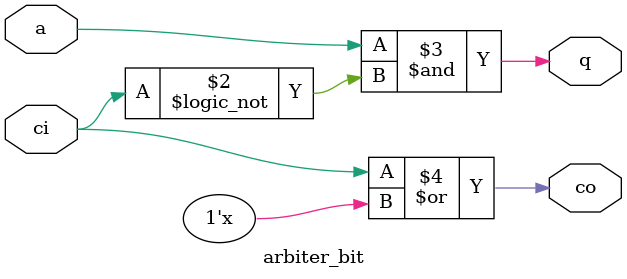
<source format=v>
module arbiter_bit (
    input ci,           // carry in (1 if already chosen)
    input a,            // input
    output reg q,       // output
    output reg co      // carry out (1 if chosen)
  );

  /* Combinational Logic */
  always @* begin
    q <= a & !ci;
    co <= ci | q;
  end
  
endmodule

</source>
